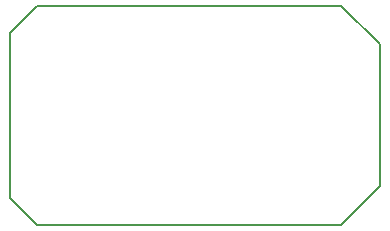
<source format=gm1>
G04 #@! TF.GenerationSoftware,KiCad,Pcbnew,no-vcs-found-a20cce0~59~ubuntu16.04.1*
G04 #@! TF.CreationDate,2017-08-21T15:18:52+01:00*
G04 #@! TF.ProjectId,okgo2usbcontrol,6F6B676F32757362636F6E74726F6C2E,rev?*
G04 #@! TF.SameCoordinates,Original*
G04 #@! TF.FileFunction,Profile,NP*
%FSLAX46Y46*%
G04 Gerber Fmt 4.6, Leading zero omitted, Abs format (unit mm)*
G04 Created by KiCad (PCBNEW no-vcs-found-a20cce0~59~ubuntu16.04.1) date Mon Aug 21 15:18:52 2017*
%MOMM*%
%LPD*%
G01*
G04 APERTURE LIST*
%ADD10C,0.150000*%
%ADD11C,0.200000*%
G04 APERTURE END LIST*
D10*
X131250000Y-118000000D02*
X128000000Y-121250000D01*
X131250000Y-106000000D02*
X128000000Y-102750000D01*
X102250000Y-121250000D02*
X100000000Y-119000000D01*
D11*
X100000000Y-105000000D02*
X102250000Y-102750000D01*
D10*
X100000000Y-119000000D02*
X100000000Y-105000000D01*
X128000000Y-121250000D02*
X102250000Y-121250000D01*
X131250000Y-106000000D02*
X131250000Y-118000000D01*
X102250000Y-102750000D02*
X128000000Y-102750000D01*
M02*

</source>
